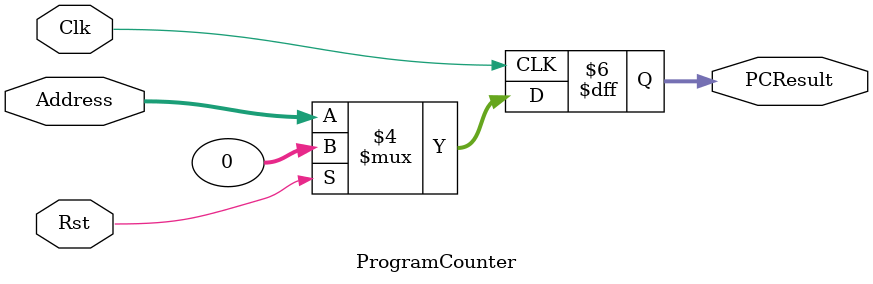
<source format=v>
`timescale 1ns / 1ps

module ProgramCounter(Address, PCResult, Rst, Clk);
    
    input Rst, Clk;
	input [31:0] Address;
	output reg [31:0] PCResult;
    
    always @(posedge Clk)begin
        if(Rst == 1) begin
                PCResult <= 0;
        end
        else begin
                PCResult <= Address;
        end
    end

endmodule


</source>
